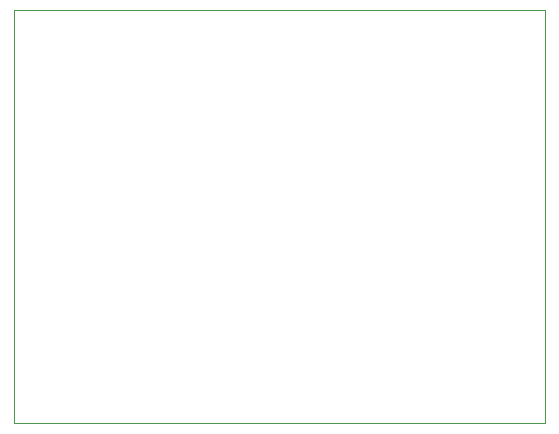
<source format=gbr>
%TF.GenerationSoftware,KiCad,Pcbnew,5.1.10-88a1d61d58~88~ubuntu18.04.1*%
%TF.CreationDate,2021-06-12T16:07:46+04:00*%
%TF.ProjectId,TesteurCable,54657374-6575-4724-9361-626c652e6b69,rev?*%
%TF.SameCoordinates,Original*%
%TF.FileFunction,Profile,NP*%
%FSLAX46Y46*%
G04 Gerber Fmt 4.6, Leading zero omitted, Abs format (unit mm)*
G04 Created by KiCad (PCBNEW 5.1.10-88a1d61d58~88~ubuntu18.04.1) date 2021-06-12 16:07:46*
%MOMM*%
%LPD*%
G01*
G04 APERTURE LIST*
%TA.AperFunction,Profile*%
%ADD10C,0.050000*%
%TD*%
G04 APERTURE END LIST*
D10*
X17526000Y-52500000D02*
X17500000Y-17500000D01*
X62500000Y-52500000D02*
X17526000Y-52500000D01*
X62500000Y-17500000D02*
X62500000Y-52500000D01*
X17500000Y-17500000D02*
X62500000Y-17500000D01*
M02*

</source>
